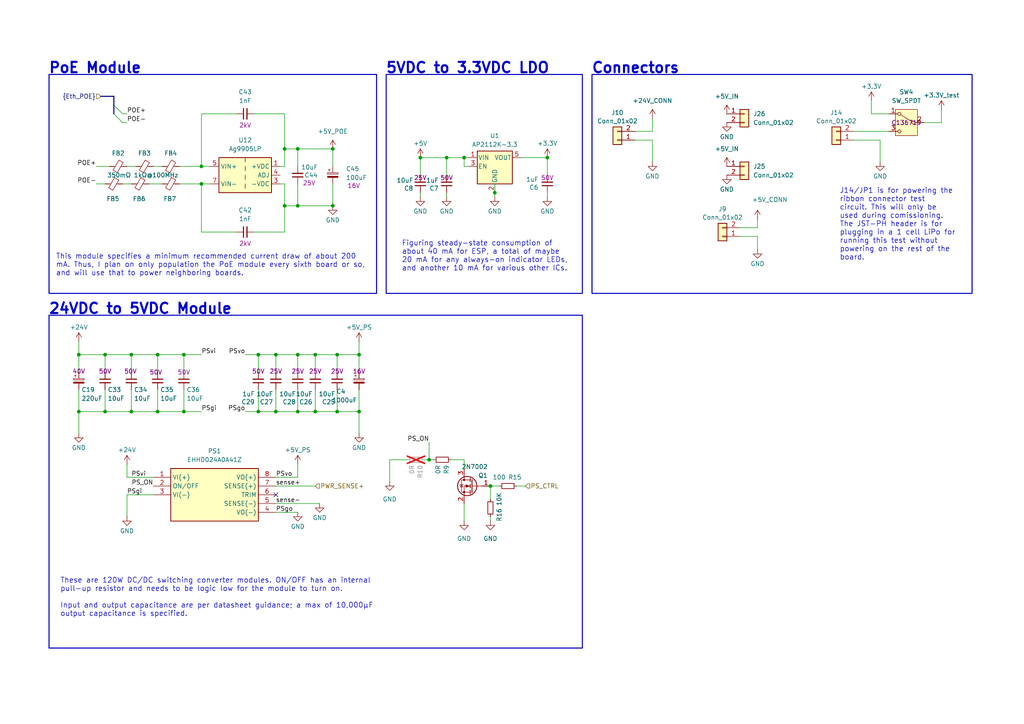
<source format=kicad_sch>
(kicad_sch (version 20250114) (generator "eeschema") (generator_version "9.0")
  (paper "A4")
  (lib_symbols
    (symbol "Connector_Generic:Conn_01x02" (pin_names (offset 1.016) (hide yes))
      (property "Reference" "J" (at 0 2.54 0))
      (property "Value" "Conn_01x02" (at 0 -5.08 0))
      (symbol "Conn_01x02_1_1"
        (rectangle (start -1.27 1.27) (end 1.27 -3.81) (stroke (width 0.254)) (fill (type background)))
        (rectangle (start -1.27 0.127) (end 0 -0.127) (stroke (width 0.1524)))
        (rectangle (start -1.27 -2.413) (end 0 -2.667) (stroke (width 0.1524)))
        (pin passive line (at -5.08 0 0) (length 3.81) (name "Pin_1") (number "1"))
        (pin passive line (at -5.08 -2.54 0) (length 3.81) (name "Pin_2") (number "2"))
      )
    )
    (symbol "Converter_DCDC:Ag9905LP"
      (property "Reference" "U" (at -7.62 7.62 0))
      (property "Value" "Ag9905LP" (at 10.16 7.62 0))
      (symbol "Ag9905LP_0_1"
        (rectangle (start -7.62 5.08) (end 7.62 -5.08) (stroke (width 0.254)) (fill (type background)))
        (polyline (pts (xy 0 5.08) (xy 0 3.81)))
        (polyline (pts (xy 0 2.54) (xy 0 1.27)))
        (polyline (pts (xy 0 0) (xy 0 -1.27)))
        (polyline (pts (xy 0 -2.54) (xy 0 -3.81)))
      )
      (symbol "Ag9905LP_1_1"
        (pin power_in line (at -10.16 2.54 0) (length 2.54) (name "VIN+") (number "5"))
        (pin passive line (at -10.16 2.54 0) (length 2.54) (hide yes) (name "VIN+") (number "6"))
        (pin power_in line (at -10.16 -2.54 0) (length 2.54) (name "VIN-") (number "7"))
        (pin passive line (at -10.16 -2.54 0) (length 2.54) (hide yes) (name "VIN-") (number "8"))
        (pin power_out line (at 10.16 2.54 180) (length 2.54) (name "+VDC") (number "1"))
        (pin passive line (at 10.16 2.54 180) (length 2.54) (hide yes) (name "+VDC") (number "2"))
        (pin passive line (at 10.16 0 180) (length 2.54) (name "ADJ") (number "4"))
        (pin power_out line (at 10.16 -2.54 180) (length 2.54) (name "-VDC") (number "3"))
      )
    )
    (symbol "Device:C_Polarized_Small" (pin_numbers (hide yes)) (pin_names (offset 0.254) (hide yes))
      (property "Reference" "C" (at 0.254 1.778 0))
      (property "Value" "C_Polarized_Small" (at 0.254 -2.032 0))
      (symbol "C_Polarized_Small_0_1"
        (rectangle (start -1.524 0.6858) (end 1.524 0.3048))
        (rectangle (start -1.524 -0.3048) (end 1.524 -0.6858) (fill (type outline)))
        (polyline (pts (xy -1.27 1.524) (xy -0.762 1.524)))
        (polyline (pts (xy -1.016 1.27) (xy -1.016 1.778)))
      )
      (symbol "C_Polarized_Small_1_1"
        (pin passive line (at 0 2.54 270) (length 1.8542) (name "~") (number "1"))
        (pin passive line (at 0 -2.54 90) (length 1.8542) (name "~") (number "2"))
      )
    )
    (symbol "Device:C_Small" (pin_numbers (hide yes)) (pin_names (offset 0.254) (hide yes))
      (property "Reference" "C" (at 0.254 1.778 0))
      (property "Value" "C_Small" (at 0.254 -2.032 0))
      (symbol "C_Small_0_1"
        (polyline (pts (xy -1.524 0.508) (xy 1.524 0.508)) (stroke (width 0.3048)))
        (polyline (pts (xy -1.524 -0.508) (xy 1.524 -0.508)) (stroke (width 0.3302)))
      )
      (symbol "C_Small_1_1"
        (pin passive line (at 0 2.54 270) (length 2.032) (name "~") (number "1"))
        (pin passive line (at 0 -2.54 90) (length 2.032) (name "~") (number "2"))
      )
    )
    (symbol "Device:FerriteBead_Small" (pin_numbers (hide yes)) (pin_names (offset 0))
      (property "Reference" "FB" (at 1.905 1.27 0))
      (property "Value" "FerriteBead_Small" (at 1.905 -1.27 0))
      (symbol "FerriteBead_Small_0_1"
        (polyline (pts (xy -1.8288 0.2794) (xy -1.1176 1.4986) (xy 1.8288 -0.2032) (xy 1.1176 -1.4224) (xy -1.8288 0.2794)))
        (polyline (pts (xy 0 0.889) (xy 0 1.2954)))
        (polyline (pts (xy 0 -1.27) (xy 0 -0.7874)))
      )
      (symbol "FerriteBead_Small_1_1"
        (pin passive line (at 0 2.54 270) (length 1.27) (name "~") (number "1"))
        (pin passive line (at 0 -2.54 90) (length 1.27) (name "~") (number "2"))
      )
    )
    (symbol "Device:R_Small" (pin_numbers (hide yes)) (pin_names (offset 0.254) (hide yes))
      (property "Reference" "R" (at 0.762 0.508 0))
      (property "Value" "R_Small" (at 0.762 -1.016 0))
      (symbol "R_Small_0_1"
        (rectangle (start -0.762 1.778) (end 0.762 -1.778) (stroke (width 0.2032)))
      )
      (symbol "R_Small_1_1"
        (pin passive line (at 0 2.54 270) (length 0.762) (name "~") (number "1"))
        (pin passive line (at 0 -2.54 90) (length 0.762) (name "~") (number "2"))
      )
    )
    (symbol "Power Supplies:EHHD024A0A41Z"
      (property "Reference" "PS" (at 31.75 7.62 0))
      (property "Value" "EHHD024A0A41Z" (at 31.75 5.08 0))
      (symbol "EHHD024A0A41Z_1_1"
        (rectangle (start 5.08 2.54) (end 30.48 -12.7) (stroke (width 0.254)) (fill (type background)))
        (pin passive line (at 0 0 0) (length 5.08) (name "VI(+)") (number "1"))
        (pin passive line (at 0 -2.54 0) (length 5.08) (name "ON/OFF") (number "2"))
        (pin passive line (at 0 -5.08 0) (length 5.08) (name "VI(-)") (number "3"))
        (pin passive line (at 35.56 0 180) (length 5.08) (name "VO(+)") (number "8"))
        (pin passive line (at 35.56 -2.54 180) (length 5.08) (name "SENSE(+)") (number "7"))
        (pin passive line (at 35.56 -5.08 180) (length 5.08) (name "TRIM") (number "6"))
        (pin passive line (at 35.56 -7.62 180) (length 5.08) (name "SENSE(-)") (number "5"))
        (pin passive line (at 35.56 -10.16 180) (length 5.08) (name "VO(-)") (number "4"))
      )
    )
    (symbol "Regulator_Linear:AP2112K-3.3" (pin_names (offset 0.254))
      (property "Reference" "U" (at -5.08 5.715 0))
      (property "Value" "AP2112K-3.3" (at 0 5.715 0))
      (symbol "AP2112K-3.3_0_1"
        (rectangle (start -5.08 4.445) (end 5.08 -5.08) (stroke (width 0.254)) (fill (type background)))
      )
      (symbol "AP2112K-3.3_1_1"
        (pin power_in line (at -7.62 2.54 0) (length 2.54) (name "VIN") (number "1"))
        (pin input line (at -7.62 0 0) (length 2.54) (name "EN") (number "3"))
        (pin power_in line (at 0 -7.62 90) (length 2.54) (name "GND") (number "2"))
        (pin no_connect line (at 5.08 0 180) (length 2.54) (hide yes) (name "NC") (number "4"))
        (pin power_out line (at 7.62 2.54 180) (length 2.54) (name "VOUT") (number "5"))
      )
    )
    (symbol "Switch:SW_SPDT" (pin_names (offset 0) (hide yes))
      (property "Reference" "SW" (at 0 5.08 0))
      (property "Value" "SW_SPDT" (at 0 -5.08 0))
      (symbol "SW_SPDT_0_1"
        (circle (center -2.032 0) (radius 0.4572))
        (polyline (pts (xy -1.651 0.254) (xy 1.651 2.286)))
        (circle (center 2.032 2.54) (radius 0.4572))
        (circle (center 2.032 -2.54) (radius 0.4572))
      )
      (symbol "SW_SPDT_1_1"
        (rectangle (start -3.175 3.81) (end 3.175 -3.81) (fill (type background)))
        (pin passive line (at -5.08 0 0) (length 2.54) (name "B") (number "2"))
        (pin passive line (at 5.08 2.54 180) (length 2.54) (name "A") (number "1"))
        (pin passive line (at 5.08 -2.54 180) (length 2.54) (name "C") (number "3"))
      )
    )
    (symbol "Transistor_FET:2N7002" (pin_names (hide yes))
      (property "Reference" "Q" (at 5.08 1.905 0))
      (property "Value" "2N7002" (at 5.08 0 0))
      (symbol "2N7002_0_1"
        (polyline (pts (xy 0.254 1.905) (xy 0.254 -1.905)) (stroke (width 0.254)))
        (polyline (pts (xy 0.254 0) (xy -2.54 0)))
        (polyline (pts (xy 0.762 2.286) (xy 0.762 1.27)) (stroke (width 0.254)))
        (polyline (pts (xy 0.762 0.508) (xy 0.762 -0.508)) (stroke (width 0.254)))
        (polyline (pts (xy 0.762 -1.27) (xy 0.762 -2.286)) (stroke (width 0.254)))
        (polyline (pts (xy 0.762 -1.778) (xy 3.302 -1.778) (xy 3.302 1.778) (xy 0.762 1.778)))
        (polyline (pts (xy 1.016 0) (xy 2.032 0.381) (xy 2.032 -0.381) (xy 1.016 0)) (fill (type outline)))
        (circle (center 1.651 0) (radius 2.794) (stroke (width 0.254)))
        (polyline (pts (xy 2.54 2.54) (xy 2.54 1.778)))
        (circle (center 2.54 1.778) (radius 0.254) (fill (type outline)))
        (circle (center 2.54 -1.778) (radius 0.254) (fill (type outline)))
        (polyline (pts (xy 2.54 -2.54) (xy 2.54 0) (xy 0.762 0)))
        (polyline (pts (xy 2.794 0.508) (xy 2.921 0.381) (xy 3.683 0.381) (xy 3.81 0.254)))
        (polyline (pts (xy 3.302 0.381) (xy 2.921 -0.254) (xy 3.683 -0.254) (xy 3.302 0.381)))
      )
      (symbol "2N7002_1_1"
        (pin input line (at -5.08 0 0) (length 2.54) (name "G") (number "1"))
        (pin passive line (at 2.54 5.08 270) (length 2.54) (name "D") (number "3"))
        (pin passive line (at 2.54 -5.08 90) (length 2.54) (name "S") (number "2"))
      )
    )
    (symbol "power:+24V" (power) (pin_numbers (hide yes)) (pin_names (offset 0) (hide yes))
      (property "Value" "+24V" (at 0 3.556 0))
      (symbol "+24V_0_1"
        (polyline (pts (xy -0.762 1.27) (xy 0 2.54)))
        (polyline (pts (xy 0 2.54) (xy 0.762 1.27)))
        (polyline (pts (xy 0 0) (xy 0 2.54)))
      )
      (symbol "+24V_1_1"
        (pin power_in line (at 0 0 90) (length 0) (name "~") (number "1"))
      )
    )
    (symbol "power:+3.3V" (power) (pin_numbers (hide yes)) (pin_names (offset 0) (hide yes))
      (property "Value" "+3.3V" (at 0 3.556 0))
      (symbol "+3.3V_0_1"
        (polyline (pts (xy -0.762 1.27) (xy 0 2.54)))
        (polyline (pts (xy 0 2.54) (xy 0.762 1.27)))
        (polyline (pts (xy 0 0) (xy 0 2.54)))
      )
      (symbol "+3.3V_1_1"
        (pin power_in line (at 0 0 90) (length 0) (name "~") (number "1"))
      )
    )
    (symbol "power:+5V" (power) (pin_numbers (hide yes)) (pin_names (offset 0) (hide yes))
      (property "Value" "+5V" (at 0 3.556 0))
      (symbol "+5V_0_1"
        (polyline (pts (xy -0.762 1.27) (xy 0 2.54)))
        (polyline (pts (xy 0 2.54) (xy 0.762 1.27)))
        (polyline (pts (xy 0 0) (xy 0 2.54)))
      )
      (symbol "+5V_1_1"
        (pin power_in line (at 0 0 90) (length 0) (name "~") (number "1"))
      )
    )
    (symbol "power:GND" (power) (pin_numbers (hide yes)) (pin_names (offset 0) (hide yes))
      (property "Value" "GND" (at 0 -3.81 0))
      (symbol "GND_0_1"
        (polyline (pts (xy 0 0) (xy 0 -1.27) (xy 1.27 -1.27) (xy 0 -2.54) (xy -1.27 -1.27) (xy 0 -1.27)))
      )
      (symbol "GND_1_1"
        (pin power_in line (at 0 0 270) (length 0) (name "~") (number "1"))
      )
    )
  )
  (rectangle (start 14.224 21.59) (end 109.22 85.09) (stroke (width 0.3)))
  (rectangle (start 112.014 21.59) (end 168.91 85.09) (stroke (width 0.3)))
  (rectangle (start 14.224 91.44) (end 168.91 187.96) (stroke (width 0.3)))
  (rectangle (start 171.704 21.59) (end 281.94 85.09) (stroke (width 0.3)))
  (text "24VDC to 5VDC Module" (at 13.97 91.44 0) (effects (font (size 3 3) (thickness 0.6) (bold yes)) (justify left bottom)))
  (text "5VDC to 3.3VDC LDO" (at 111.76 21.59 0) (effects (font (size 3 3) (thickness 0.6) (bold yes)) (justify left bottom)))
  (text "Connectors" (at 171.45 21.59 0) (effects (font (size 3 3) (thickness 0.6) (bold yes)) (justify left bottom)))
  (text "PoE Module" (at 13.97 21.59 0) (effects (font (size 3 3) (thickness 0.6) (bold yes)) (justify left bottom)))
  (text_box "This module specifies a minimum recommended current draw of about 200 mA. Thus, I plan on only population the PoE module every sixth board or so, and will use that to power neighboring boards." (at 15.24 72.39 0) (size 93.98 11.43) (margins 0.9525 0.9525 0.9525 0.9525) (stroke (width -0.0001)) (effects (font (size 1.5 1.5)) (justify left top)))
  (text_box "Figuring steady-state consumption of about 40 mA for ESP, a total of maybe 20 mA for any always-on indicator LEDs, and another 10 mA for various other ICs." (at 115.57 68.58 0) (size 50.8 15.24) (margins 0.9525 0.9525 0.9525 0.9525) (stroke (width -0.0001)) (effects (font (size 1.5 1.5)) (justify left top)))
  (text_box "These are 120W DC/DC switching converter modules. ON/OFF has an internal pull-up resistor and needs to be logic low for the module to turn on.\n\nInput and output capacitance are per datasheet guidance; a max of 10,000µF output capacitance is specified. " (at 16.51 166.37 0) (size 93.98 11.43) (margins 0.9525 0.9525 0.9525 0.9525) (stroke (width -0.0001)) (effects (font (size 1.5 1.5)) (justify left top)))
  (text_box "J14/JP1 is for powering the ribbon connector test circuit. This will only be used during comissioning. The JST-PH header is for plugging in a 1 cell LiPo for running this test without powering on the rest of the board." (at 242.57 53.34 0) (size 35.56 21.59) (margins 0.9525 0.9525 0.9525 0.9525) (stroke (width -0.0001)) (effects (font (size 1.5 1.5)) (justify left top)))
  (junction (at 121.92 45.72))
  (junction (at 53.34 102.87))
  (junction (at 80.01 119.38))
  (junction (at 58.42 48.26))
  (junction (at 104.14 102.87))
  (junction (at 82.55 59.69))
  (junction (at 45.72 102.87))
  (junction (at 80.01 102.87))
  (junction (at 97.79 102.87))
  (junction (at 142.24 140.97))
  (junction (at 22.86 119.38))
  (junction (at 86.36 59.69))
  (junction (at 30.48 119.38))
  (junction (at 124.46 133.35))
  (junction (at 129.54 45.72))
  (junction (at 82.55 43.18))
  (junction (at 74.93 102.87))
  (junction (at 91.44 102.87))
  (junction (at 97.79 119.38))
  (junction (at 53.34 119.38))
  (junction (at 38.1 119.38))
  (junction (at 58.42 53.34))
  (junction (at 91.44 119.38))
  (junction (at 86.36 119.38))
  (junction (at 143.51 55.88))
  (junction (at 158.75 45.72))
  (junction (at 86.36 102.87))
  (junction (at 30.48 102.87))
  (junction (at 74.93 119.38))
  (junction (at 45.72 119.38))
  (junction (at 96.52 43.18))
  (junction (at 134.62 45.72))
  (junction (at 96.52 59.69))
  (junction (at 38.1 102.87))
  (junction (at 22.86 102.87))
  (junction (at 86.36 43.18))
  (junction (at 104.14 119.38))
  (no_connect (at 80.01 143.51))
  (bus_entry (at 33.02 30.48) (size 2.54 2.54))
  (bus_entry (at 33.02 33.02) (size 2.54 2.54))
  (wire (pts (xy 35.56 35.56) (xy 36.83 35.56)))
  (wire (pts (xy 86.36 43.18) (xy 86.36 48.26)))
  (wire (pts (xy 113.03 133.35) (xy 118.11 133.35)))
  (wire (pts (xy 267.97 35.56) (xy 273.05 35.56)))
  (wire (pts (xy 121.92 50.8) (xy 121.92 45.72)))
  (wire (pts (xy 53.34 119.38) (xy 58.42 119.38)))
  (wire (pts (xy 252.73 29.21) (xy 252.73 33.02)))
  (wire (pts (xy 38.1 113.03) (xy 38.1 119.38)))
  (wire (pts (xy 45.72 102.87) (xy 45.72 107.95)))
  (wire (pts (xy 74.93 102.87) (xy 74.93 107.95)))
  (wire (pts (xy 74.93 102.87) (xy 80.01 102.87)))
  (wire (pts (xy 82.55 43.18) (xy 82.55 48.26)))
  (wire (pts (xy 255.27 40.64) (xy 255.27 46.99)))
  (wire (pts (xy 96.52 43.18) (xy 86.36 43.18)))
  (wire (pts (xy 214.63 66.04) (xy 219.71 66.04)))
  (wire (pts (xy 82.55 53.34) (xy 81.28 53.34)))
  (wire (pts (xy 74.93 119.38) (xy 80.01 119.38)))
  (wire (pts (xy 45.72 119.38) (xy 53.34 119.38)))
  (wire (pts (xy 30.48 113.03) (xy 30.48 119.38)))
  (wire (pts (xy 38.1 102.87) (xy 38.1 107.95)))
  (wire (pts (xy 38.1 119.38) (xy 45.72 119.38)))
  (wire (pts (xy 135.89 48.26) (xy 134.62 48.26)))
  (wire (pts (xy 134.62 133.35) (xy 134.62 135.89)))
  (wire (pts (xy 27.94 53.34) (xy 30.48 53.34)))
  (wire (pts (xy 123.19 133.35) (xy 124.46 133.35)))
  (wire (pts (xy 30.48 102.87) (xy 38.1 102.87)))
  (wire (pts (xy 129.54 45.72) (xy 129.54 50.8)))
  (wire (pts (xy 73.66 67.31) (xy 82.55 67.31)))
  (wire (pts (xy 151.13 45.72) (xy 158.75 45.72)))
  (wire (pts (xy 97.79 102.87) (xy 97.79 107.95)))
  (wire (pts (xy 36.83 138.43) (xy 44.45 138.43)))
  (wire (pts (xy 36.83 149.86) (xy 36.83 143.51)))
  (wire (pts (xy 52.07 53.34) (xy 58.42 53.34)))
  (wire (pts (xy 52.07 48.26) (xy 58.42 48.26)))
  (wire (pts (xy 97.79 119.38) (xy 104.14 119.38)))
  (wire (pts (xy 104.14 119.38) (xy 104.14 125.73)))
  (wire (pts (xy 80.01 102.87) (xy 86.36 102.87)))
  (wire (pts (xy 82.55 48.26) (xy 81.28 48.26)))
  (wire (pts (xy 80.01 119.38) (xy 86.36 119.38)))
  (wire (pts (xy 35.56 53.34) (xy 38.1 53.34)))
  (wire (pts (xy 130.81 133.35) (xy 134.62 133.35)))
  (wire (pts (xy 273.05 35.56) (xy 273.05 31.75)))
  (wire (pts (xy 80.01 140.97) (xy 91.44 140.97)))
  (wire (pts (xy 184.15 40.64) (xy 189.23 40.64)))
  (wire (pts (xy 82.55 33.02) (xy 82.55 43.18)))
  (wire (pts (xy 22.86 119.38) (xy 30.48 119.38)))
  (wire (pts (xy 82.55 67.31) (xy 82.55 59.69)))
  (wire (pts (xy 35.56 33.02) (xy 36.83 33.02)))
  (wire (pts (xy 80.01 113.03) (xy 80.01 119.38)))
  (wire (pts (xy 22.86 102.87) (xy 30.48 102.87)))
  (wire (pts (xy 143.51 57.15) (xy 143.51 55.88)))
  (wire (pts (xy 86.36 148.59) (xy 80.01 148.59)))
  (wire (pts (xy 86.36 43.18) (xy 82.55 43.18)))
  (wire (pts (xy 68.58 33.02) (xy 58.42 33.02)))
  (wire (pts (xy 80.01 146.05) (xy 92.71 146.05)))
  (wire (pts (xy 104.14 99.06) (xy 104.14 102.87)))
  (wire (pts (xy 97.79 102.87) (xy 104.14 102.87)))
  (wire (pts (xy 71.12 102.87) (xy 74.93 102.87)))
  (bus (pts (xy 33.02 30.48) (xy 33.02 33.02)))
  (wire (pts (xy 22.86 102.87) (xy 22.86 99.06)))
  (wire (pts (xy 144.78 140.97) (xy 142.24 140.97)))
  (wire (pts (xy 121.92 57.15) (xy 121.92 55.88)))
  (wire (pts (xy 73.66 33.02) (xy 82.55 33.02)))
  (wire (pts (xy 30.48 102.87) (xy 30.48 107.95)))
  (wire (pts (xy 97.79 113.03) (xy 97.79 119.38)))
  (wire (pts (xy 104.14 113.03) (xy 104.14 119.38)))
  (wire (pts (xy 27.94 48.26) (xy 31.75 48.26)))
  (wire (pts (xy 68.58 67.31) (xy 58.42 67.31)))
  (wire (pts (xy 189.23 40.64) (xy 189.23 46.99)))
  (wire (pts (xy 86.36 113.03) (xy 86.36 119.38)))
  (wire (pts (xy 74.93 113.03) (xy 74.93 119.38)))
  (wire (pts (xy 124.46 133.35) (xy 125.73 133.35)))
  (wire (pts (xy 86.36 138.43) (xy 80.01 138.43)))
  (wire (pts (xy 142.24 151.13) (xy 142.24 149.86)))
  (wire (pts (xy 91.44 113.03) (xy 91.44 119.38)))
  (wire (pts (xy 134.62 45.72) (xy 135.89 45.72)))
  (wire (pts (xy 91.44 102.87) (xy 97.79 102.87)))
  (wire (pts (xy 36.83 134.62) (xy 36.83 138.43)))
  (wire (pts (xy 71.12 119.38) (xy 74.93 119.38)))
  (wire (pts (xy 104.14 102.87) (xy 104.14 107.95)))
  (wire (pts (xy 30.48 119.38) (xy 38.1 119.38)))
  (wire (pts (xy 134.62 146.05) (xy 134.62 151.13)))
  (wire (pts (xy 44.45 48.26) (xy 46.99 48.26)))
  (wire (pts (xy 58.42 33.02) (xy 58.42 48.26)))
  (wire (pts (xy 53.34 113.03) (xy 53.34 119.38)))
  (wire (pts (xy 96.52 53.34) (xy 96.52 59.69)))
  (wire (pts (xy 36.83 48.26) (xy 39.37 48.26)))
  (wire (pts (xy 53.34 102.87) (xy 53.34 107.95)))
  (wire (pts (xy 124.46 128.27) (xy 124.46 133.35)))
  (wire (pts (xy 22.86 102.87) (xy 22.86 107.95)))
  (wire (pts (xy 45.72 113.03) (xy 45.72 119.38)))
  (wire (pts (xy 158.75 57.15) (xy 158.75 55.88)))
  (wire (pts (xy 252.73 33.02) (xy 257.81 33.02)))
  (wire (pts (xy 91.44 119.38) (xy 97.79 119.38)))
  (wire (pts (xy 22.86 119.38) (xy 22.86 125.73)))
  (wire (pts (xy 80.01 102.87) (xy 80.01 107.95)))
  (wire (pts (xy 86.36 102.87) (xy 91.44 102.87)))
  (wire (pts (xy 219.71 63.5) (xy 219.71 66.04)))
  (bus (pts (xy 29.21 27.94) (xy 33.02 27.94)))
  (wire (pts (xy 214.63 68.58) (xy 219.71 68.58)))
  (wire (pts (xy 96.52 59.69) (xy 86.36 59.69)))
  (wire (pts (xy 134.62 48.26) (xy 134.62 45.72)))
  (wire (pts (xy 121.92 45.72) (xy 129.54 45.72)))
  (wire (pts (xy 86.36 102.87) (xy 86.36 107.95)))
  (wire (pts (xy 38.1 102.87) (xy 45.72 102.87)))
  (wire (pts (xy 113.03 139.7) (xy 113.03 133.35)))
  (wire (pts (xy 143.51 55.88) (xy 143.51 53.34)))
  (wire (pts (xy 36.83 143.51) (xy 44.45 143.51)))
  (bus (pts (xy 33.02 27.94) (xy 33.02 30.48)))
  (wire (pts (xy 58.42 48.26) (xy 60.96 48.26)))
  (wire (pts (xy 45.72 102.87) (xy 53.34 102.87)))
  (wire (pts (xy 158.75 45.72) (xy 158.75 50.8)))
  (wire (pts (xy 82.55 59.69) (xy 82.55 53.34)))
  (wire (pts (xy 86.36 53.34) (xy 86.36 59.69)))
  (wire (pts (xy 152.4 140.97) (xy 149.86 140.97)))
  (wire (pts (xy 43.18 53.34) (xy 46.99 53.34)))
  (wire (pts (xy 219.71 68.58) (xy 219.71 72.39)))
  (wire (pts (xy 86.36 59.69) (xy 82.55 59.69)))
  (wire (pts (xy 247.65 38.1) (xy 257.81 38.1)))
  (wire (pts (xy 91.44 102.87) (xy 91.44 107.95)))
  (wire (pts (xy 22.86 113.03) (xy 22.86 119.38)))
  (wire (pts (xy 96.52 43.18) (xy 96.52 48.26)))
  (wire (pts (xy 58.42 67.31) (xy 58.42 53.34)))
  (wire (pts (xy 58.42 53.34) (xy 60.96 53.34)))
  (wire (pts (xy 129.54 45.72) (xy 134.62 45.72)))
  (wire (pts (xy 129.54 57.15) (xy 129.54 55.88)))
  (wire (pts (xy 86.36 119.38) (xy 91.44 119.38)))
  (wire (pts (xy 189.23 38.1) (xy 184.15 38.1)))
  (wire (pts (xy 142.24 144.78) (xy 142.24 140.97)))
  (wire (pts (xy 247.65 40.64) (xy 255.27 40.64)))
  (wire (pts (xy 189.23 34.29) (xy 189.23 38.1)))
  (wire (pts (xy 53.34 102.87) (xy 58.42 102.87)))
  (wire (pts (xy 86.36 134.62) (xy 86.36 138.43)))
  (label "PSvo" (at 80.01 138.43 0))
  (label "POE+" (at 27.94 48.26 180))
  (label "PSgi" (at 58.42 119.38 0))
  (label "PSvi" (at 38.1 138.43 0))
  (label "PS_ON" (at 44.45 140.97 180))
  (label "PSvi" (at 58.42 102.87 0))
  (label "PSvo" (at 71.12 102.87 180))
  (label "PSgo" (at 71.12 119.38 180))
  (label "sense+" (at 80.01 140.97 0))
  (label "PS_ON" (at 124.46 128.27 180))
  (label "PSgo" (at 80.01 148.59 0))
  (label "POE+" (at 36.83 33.02 0))
  (label "POE-" (at 27.94 53.34 180))
  (label "PSgi" (at 36.83 143.51 0))
  (label "POE-" (at 36.83 35.56 0))
  (label "sense-" (at 80.01 146.05 0))
  (hierarchical_label "{Eth_POE}" (shape input) (at 29.21 27.94 180))
  (hierarchical_label "PWR_SENSE+" (shape input) (at 91.44 140.97 0))
  (hierarchical_label "PS_CTRL" (shape input) (at 152.4 140.97 0))
  (symbol (lib_id "Device:C_Small") (at 80.01 110.49 180) (unit 1)
    (property "Reference" "C27" (at 79.248 116.586 0) (effects (justify left)))
    (property "Value" "10uF" (at 79.248 114.2746 0) (effects (justify left)))
    (property "Footprint" "Capacitor_SMD:C_0603_1608Metric" (effects (hide yes)))
    (property "LCSC" "C96446" (effects (hide yes)))
    (property "Rating" "25V" (at 80.01 107.696 0))
  )
  (symbol (lib_id "Device:C_Small") (at 74.93 110.49 180) (unit 1)
    (property "Reference" "C29" (at 73.914 116.586 0) (effects (justify left)))
    (property "Value" "1uF" (at 73.914 114.2746 0) (effects (justify left)))
    (property "Footprint" "Capacitor_SMD:C_0603_1608Metric" (effects (hide yes)))
    (property "LCSC" "C15849" (effects (hide yes)))
    (property "Rating" "50V" (at 74.93 107.696 0))
  )
  (symbol (lib_id "Device:FerriteBead_Small") (at 41.91 48.26 90) (unit 1)
    (property "Reference" "FB3" (at 41.91 44.45 90))
    (property "Value" "350mΩ 1kΩ@100MHz" (effects (hide yes)))
    (property "Footprint" "Inductor_SMD:L_0805_2012Metric" (effects (hide yes)))
    (property "Description" "Ferrite bead, small symbol" (effects (hide yes)))
    (property "LCSC" "C502000" (effects (hide yes)))
    (property "Manufacturer_Part_Number" "MMZ2012S102ATD25" (effects (hide yes)))
  )
  (symbol (lib_id "power:GND") (at 219.71 72.39 0) (unit 1)
    (property "Reference" "#PWR0117" (effects (hide yes)))
    (property "Value" "GND" (at 219.71 76.5231 0))
    (property "Description" "Power symbol creates a global label with name \"GND\" , ground" (effects (hide yes)))
  )
  (symbol (lib_id "Device:R_Small") (at 128.27 133.35 270) (unit 1)
    (property "Reference" "R9" (at 129.4822 134.8486 0) (effects (justify left)))
    (property "Value" "0R" (at 127.0579 134.8486 0) (effects (justify left)))
    (property "Footprint" "Resistor_SMD:R_0603_1608Metric" (effects (hide yes)))
    (property "Description" "Resistor, small symbol" (effects (hide yes)))
    (property "LCSC" "C21189" (effects (hide yes)))
  )
  (symbol (lib_id "power:GND") (at 142.24 151.13 0) (unit 1)
    (property "Reference" "#PWR077" (effects (hide yes)))
    (property "Value" "GND" (at 142.24 156.21 0))
    (property "Description" "Power symbol creates a global label with name \"GND\" , ground" (effects (hide yes)))
  )
  (symbol (lib_id "Device:C_Small") (at 53.34 110.49 0) (unit 1)
    (property "Reference" "C36" (at 54.102 113.03 0) (effects (justify left)))
    (property "Value" "10uF" (at 54.102 115.57 0) (effects (justify left)))
    (property "Footprint" "Capacitor_SMD:C_1206_3216Metric" (effects (hide yes)))
    (property "Description" "Unpolarized capacitor, small symbol" (effects (hide yes)))
    (property "LCSC" "C13585" (effects (hide yes)))
    (property "Rating" "50V" (at 53.34 107.95 0))
  )
  (symbol (lib_id "power:GND") (at 92.71 146.05 0) (unit 1)
    (property "Reference" "#PWR0147" (effects (hide yes)))
    (property "Value" "GND" (at 92.71 150.1831 0))
    (property "Description" "Power symbol creates a global label with name \"GND\" , ground" (effects (hide yes)))
  )
  (symbol (lib_id "power:GND") (at 121.92 57.15 0) (unit 1)
    (property "Reference" "#PWR0132" (effects (hide yes)))
    (property "Value" "GND" (at 121.92 61.2831 0))
    (property "Description" "Power symbol creates a global label with name \"GND\" , ground" (effects (hide yes)))
  )
  (symbol (lib_id "Device:C_Small") (at 91.44 110.49 180) (unit 1)
    (property "Reference" "C26" (at 90.678 116.586 0) (effects (justify left)))
    (property "Value" "10uF" (at 90.678 114.2746 0) (effects (justify left)))
    (property "Footprint" "Capacitor_SMD:C_0603_1608Metric" (effects (hide yes)))
    (property "LCSC" "C96446" (effects (hide yes)))
    (property "Rating" "25V" (at 91.44 107.696 0))
  )
  (symbol (lib_id "power:GND") (at 158.75 57.15 0) (unit 1)
    (property "Reference" "#PWR096" (effects (hide yes)))
    (property "Value" "GND" (at 158.75 61.2831 0))
    (property "Description" "Power symbol creates a global label with name \"GND\" , ground" (effects (hide yes)))
  )
  (symbol (lib_id "Connector_Generic:Conn_01x02") (at 215.9 48.26 0) (unit 1)
    (property "Reference" "J25" (at 218.44 48.2599 0) (effects (justify left)))
    (property "Value" "Conn_01x02" (at 218.44 50.7999 0) (effects (justify left)))
    (property "Description" "Generic connector, single row, 01x02, script generated (kicad-library-utils/schlib/autogen/connector/)" (effects (hide yes)))
  )
  (symbol (lib_id "Device:C_Small") (at 71.12 33.02 90) (unit 1)
    (property "Reference" "C43" (at 71.1263 26.67 90))
    (property "Value" "1nF" (at 71.1263 29.21 90))
    (property "Footprint" "Capacitor_SMD:C_1206_3216Metric" (effects (hide yes)))
    (property "Description" "Unpolarized capacitor, small symbol" (effects (hide yes)))
    (property "LCSC" "C23631" (effects (hide yes)))
    (property "Rating" "2kV" (at 71.12 36.322 90))
  )
  (symbol (lib_id "Device:C_Polarized_Small") (at 96.52 50.8 0) (unit 1)
    (property "Reference" "C45" (at 100.33 48.9838 0) (effects (justify left)))
    (property "Value" "100uF" (at 100.33 51.5238 0) (effects (justify left)))
    (property "Footprint" "Capacitor_SMD:CP_Elec_6.3x5.8" (effects (hide yes)))
    (property "Description" "Polarized capacitor, small symbol" (effects (hide yes)))
    (property "LCSC" "C2162384" (effects (hide yes)))
    (property "Rating" "16V" (at 102.616 53.848 0))
  )
  (symbol (lib_id "power:GND") (at 22.86 125.73 0) (unit 1)
    (property "Reference" "#PWR057" (effects (hide yes)))
    (property "Value" "GND" (at 22.86 129.8631 0))
    (property "Description" "Power symbol creates a global label with name \"GND\" , ground" (effects (hide yes)))
  )
  (symbol (lib_id "Device:R_Small") (at 120.65 133.35 270) (unit 1) (dnp yes)
    (property "Reference" "R10" (at 121.8622 134.8486 0) (effects (justify left)))
    (property "Value" "0R" (at 119.4379 134.8486 0) (effects (justify left)))
    (property "Footprint" "Resistor_SMD:R_0603_1608Metric" (effects (hide yes)))
    (property "Description" "Resistor, small symbol" (effects (hide yes)))
    (property "LCSC" "C21189" (effects (hide yes)))
  )
  (symbol (lib_id "power:GND") (at 113.03 139.7 0) (unit 1)
    (property "Reference" "#PWR060" (effects (hide yes)))
    (property "Value" "GND" (at 113.03 144.78 0))
    (property "Description" "Power symbol creates a global label with name \"GND\" , ground" (effects (hide yes)))
  )
  (symbol (lib_id "Device:C_Small") (at 158.75 53.34 180) (unit 1)
    (property "Reference" "C6" (at 156.21 54.356 0) (effects (justify left)))
    (property "Value" "1uF" (at 156.21 52.0446 0) (effects (justify left)))
    (property "Footprint" "Capacitor_SMD:C_0603_1608Metric" (effects (hide yes)))
    (property "LCSC" "C15849" (effects (hide yes)))
    (property "Rating" "50V" (at 158.75 51.562 0))
  )
  (symbol (lib_id "Device:C_Small") (at 30.48 110.49 0) (unit 1)
    (property "Reference" "C33" (at 31.242 113.03 0) (effects (justify left)))
    (property "Value" "10uF" (at 31.242 115.57 0) (effects (justify left)))
    (property "Footprint" "Capacitor_SMD:C_1206_3216Metric" (effects (hide yes)))
    (property "Description" "Unpolarized capacitor, small symbol" (effects (hide yes)))
    (property "LCSC" "C13585" (effects (hide yes)))
    (property "Rating" "50V" (at 30.48 107.696 0))
  )
  (symbol (lib_id "power:+24V") (at 36.83 134.62 0) (unit 1)
    (property "Reference" "#PWR067" (effects (hide yes)))
    (property "Value" "+24V" (at 36.83 130.4869 0))
    (property "Description" "Power symbol creates a global label with name \"+24V\"" (effects (hide yes)))
  )
  (symbol (lib_id "Connector_Generic:Conn_01x02") (at 242.57 40.64 180) (unit 1)
    (property "Reference" "J14" (at 242.57 32.6855 0))
    (property "Value" "Conn_01x02" (at 242.57 35.1098 0))
    (property "Footprint" "Connector_JST:JST_PH_B2B-PH-K_1x02_P2.00mm_Vertical" (effects (hide yes)))
    (property "Description" "Generic connector, single row, 01x02, script generated (kicad-library-utils/schlib/autogen/connector/)" (effects (hide yes)))
    (property "LCSC" "C131337" (effects (hide yes)))
  )
  (symbol (lib_id "power:+24V") (at 210.82 48.26 0) (unit 1)
    (property "Reference" "#PWR0149" (effects (hide yes)))
    (property "Value" "+5V_IN" (at 210.82 43.18 0))
    (property "Description" "Power symbol creates a global label with name \"+24V\"" (effects (hide yes)))
  )
  (symbol (lib_id "Device:FerriteBead_Small") (at 40.64 53.34 90) (unit 1)
    (property "Reference" "FB6" (at 40.386 57.658 90))
    (property "Value" "350mΩ 1kΩ@100MHz" (effects (hide yes)))
    (property "Footprint" "Inductor_SMD:L_0805_2012Metric" (effects (hide yes)))
    (property "Description" "Ferrite bead, small symbol" (effects (hide yes)))
    (property "LCSC" "C502000" (effects (hide yes)))
    (property "Manufacturer_Part_Number" "MMZ2012S102ATD25" (effects (hide yes)))
  )
  (symbol (lib_id "Regulator_Linear:AP2112K-3.3") (at 143.51 48.26 0) (unit 1)
    (property "Reference" "U1" (at 143.51 39.37 0))
    (property "Value" "AP2112K-3.3" (at 143.51 41.91 0))
    (property "Footprint" "Package_TO_SOT_SMD:SOT-25-5" (effects (hide yes)))
    (property "Datasheet" "https://www.diodes.com/assets/Datasheets/AP2112.pdf" (effects (hide yes)))
    (property "Description" "600mA low dropout linear regulator, with enable pin, 3.8V-6V input voltage range, 3.3V fixed positive output, SOT-23-5" (effects (hide yes)))
    (property "LCSC" "C51118" (effects (hide yes)))
  )
  (symbol (lib_id "power:+24V") (at 189.23 34.29 0) (unit 1)
    (property "Reference" "#PWR0152" (effects (hide yes)))
    (property "Value" "+24V_CONN" (at 189.23 29.21 0))
    (property "Description" "Power symbol creates a global label with name \"+24V\"" (effects (hide yes)))
  )
  (symbol (lib_id "Connector_Generic:Conn_01x02") (at 215.9 33.02 0) (unit 1)
    (property "Reference" "J26" (at 218.44 33.0199 0) (effects (justify left)))
    (property "Value" "Conn_01x02" (at 218.44 35.5599 0) (effects (justify left)))
    (property "Description" "Generic connector, single row, 01x02, script generated (kicad-library-utils/schlib/autogen/connector/)" (effects (hide yes)))
  )
  (symbol (lib_id "Device:FerriteBead_Small") (at 34.29 48.26 90) (unit 1)
    (property "Reference" "FB2" (at 34.29 44.45 90))
    (property "Value" "350mΩ 1kΩ@100MHz" (at 41.402 50.8 90))
    (property "Footprint" "Inductor_SMD:L_0805_2012Metric" (effects (hide yes)))
    (property "Description" "Ferrite bead, small symbol" (effects (hide yes)))
    (property "LCSC" "C502000" (effects (hide yes)))
    (property "Manufacturer_Part_Number" "MMZ2012S102ATD25" (effects (hide yes)))
  )
  (symbol (lib_id "Power Supplies:EHHD024A0A41Z") (at 44.45 138.43 0) (unit 1) (in_bom no)
    (property "Reference" "PS1" (at 62.23 130.81 0))
    (property "Value" "EHHD024A0A41Z" (at 62.23 133.35 0))
    (property "Footprint" "Power Supplies:EHHD024A0A41Z" (effects (hide yes)))
    (property "Datasheet" "https://documents.convertdcpower.com/pdf/EHHD024A0A/Data%20Sheets/0000054708_CP" (effects (hide yes)))
    (property "Description" "Bus converter, 120W Eighth-brick, 18-75 Vin, 4.5-5.5 Vout, Open frame" (effects (hide yes)))
    (property "Height" "9.4" (effects (hide yes)))
    (property "Manufacturer_Name" "OmniOn Power" (effects (hide yes)))
    (property "Manufacturer_Part_Number" "EHHD024A0A41Z" (effects (hide yes)))
  )
  (symbol (lib_id "Transistor_FET:2N7002") (at 137.16 140.97 0) (mirror y) (unit 1)
    (property "Reference" "Q1" (at 141.478 137.922 0) (effects (justify left)))
    (property "Value" "2N7002" (at 141.478 135.382 0) (effects (justify left)))
    (property "Footprint" "Package_TO_SOT_SMD:SOT-23" (effects (hide yes)))
    (property "Datasheet" "https://www.onsemi.com/pub/Collateral/NDS7002A-D.PDF" (effects (hide yes)))
    (property "Description" "0.115A Id, 60V Vds, N-Channel MOSFET, SOT-23" (effects (hide yes)))
    (property "LCSC" "C8545" (effects (hide yes)))
  )
  (symbol (lib_id "power:GND") (at 36.83 149.86 0) (unit 1)
    (property "Reference" "#PWR068" (effects (hide yes)))
    (property "Value" "GND" (at 36.83 153.9931 0))
    (property "Description" "Power symbol creates a global label with name \"GND\" , ground" (effects (hide yes)))
  )
  (symbol (lib_id "power:GND") (at 129.54 57.15 0) (unit 1)
    (property "Reference" "#PWR097" (effects (hide yes)))
    (property "Value" "GND" (at 129.54 61.2831 0))
    (property "Description" "Power symbol creates a global label with name \"GND\" , ground" (effects (hide yes)))
  )
  (symbol (lib_id "power:GND") (at 134.62 151.13 0) (unit 1)
    (property "Reference" "#PWR095" (effects (hide yes)))
    (property "Value" "GND" (at 134.62 156.21 0))
    (property "Description" "Power symbol creates a global label with name \"GND\" , ground" (effects (hide yes)))
  )
  (symbol (lib_id "power:+5V") (at 121.92 45.72 0) (unit 1)
    (property "Reference" "#PWR0125" (effects (hide yes)))
    (property "Value" "+5V" (at 121.92 41.5869 0))
    (property "Description" "Power symbol creates a global label with name \"+5V\"" (effects (hide yes)))
  )
  (symbol (lib_id "Connector_Generic:Conn_01x02") (at 209.55 68.58 180) (unit 1)
    (property "Reference" "J9" (at 209.55 60.6255 0))
    (property "Value" "Conn_01x02" (at 209.55 63.0498 0))
    (property "Footprint" "easyeda2kicad:CONN-TH_P5.00_KF243-5.0-2P" (effects (hide yes)))
    (property "Description" "Generic connector, single row, 01x02, script generated (kicad-library-utils/schlib/autogen/connector/)" (effects (hide yes)))
    (property "LCSC" "C475222" (effects (hide yes)))
  )
  (symbol (lib_id "Device:FerriteBead_Small") (at 49.53 48.26 90) (unit 1)
    (property "Reference" "FB4" (at 49.53 44.45 90))
    (property "Value" "350mΩ 1kΩ@100MHz" (effects (hide yes)))
    (property "Footprint" "Inductor_SMD:L_0805_2012Metric" (effects (hide yes)))
    (property "Description" "Ferrite bead, small symbol" (effects (hide yes)))
    (property "LCSC" "C502000" (effects (hide yes)))
    (property "Manufacturer_Part_Number" "MMZ2012S102ATD25" (effects (hide yes)))
  )
  (symbol (lib_id "Device:FerriteBead_Small") (at 49.53 53.34 90) (unit 1)
    (property "Reference" "FB7" (at 49.276 57.658 90))
    (property "Value" "350mΩ 1kΩ@100MHz" (effects (hide yes)))
    (property "Footprint" "Inductor_SMD:L_0805_2012Metric" (effects (hide yes)))
    (property "Description" "Ferrite bead, small symbol" (effects (hide yes)))
    (property "LCSC" "C502000" (effects (hide yes)))
    (property "Manufacturer_Part_Number" "MMZ2012S102ATD25" (effects (hide yes)))
  )
  (symbol (lib_id "Converter_DCDC:Ag9905LP") (at 71.12 50.8 0) (unit 1)
    (property "Reference" "U12" (at 71.12 40.64 0))
    (property "Value" "Ag9905LP" (at 71.12 43.18 0))
    (property "Footprint" "Converter_DCDC:Converter_DCDC_Silvertel_Ag99xxLP_THT" (effects (hide yes)))
    (property "Datasheet" "https://silvertel.com/images/datasheets/Ag9900M-datasheet-ultra-miniature-isolated-Power-over-Ethernet-POE-module.pdf" (effects (hide yes)))
    (property "Description" "Regulated 7W DC/DC PoE converter IEEE 802.3af, 36V-57V input, +5V Output Voltage, LP-DIL-8" (effects (hide yes)))
  )
  (symbol (lib_id "Device:R_Small") (at 147.32 140.97 270) (unit 1)
    (property "Reference" "R15" (at 149.352 138.43 90))
    (property "Value" "100" (at 144.78 138.43 90))
    (property "Footprint" "Resistor_SMD:R_0603_1608Metric" (effects (hide yes)))
    (property "LCSC" "C22775" (effects (hide yes)))
  )
  (symbol (lib_id "Device:C_Small") (at 86.36 110.49 180) (unit 1)
    (property "Reference" "C28" (at 85.852 116.586 0) (effects (justify left)))
    (property "Value" "10uF" (at 85.852 114.2746 0) (effects (justify left)))
    (property "Footprint" "Capacitor_SMD:C_0603_1608Metric" (effects (hide yes)))
    (property "LCSC" "C96446" (effects (hide yes)))
    (property "Rating" "25V" (at 86.36 107.696 0))
  )
  (symbol (lib_id "Device:C_Small") (at 71.12 67.31 90) (unit 1)
    (property "Reference" "C42" (at 71.1263 60.96 90))
    (property "Value" "1nF" (at 71.1263 63.5 90))
    (property "Footprint" "Capacitor_SMD:C_1206_3216Metric" (effects (hide yes)))
    (property "Description" "Unpolarized capacitor, small symbol" (effects (hide yes)))
    (property "LCSC" "C23631" (effects (hide yes)))
    (property "Rating" "2kV" (at 71.12 70.612 90))
  )
  (symbol (lib_id "Device:C_Small") (at 121.92 53.34 180) (unit 1)
    (property "Reference" "C8" (at 119.888 54.6354 0) (effects (justify left)))
    (property "Value" "10uF" (at 119.888 52.324 0) (effects (justify left)))
    (property "Footprint" "Capacitor_SMD:C_0603_1608Metric" (effects (hide yes)))
    (property "LCSC" "C96446" (effects (hide yes)))
    (property "Rating" "25V" (at 121.92 51.562 0))
  )
  (symbol (lib_id "Device:C_Small") (at 86.36 50.8 180) (unit 1)
    (property "Reference" "C44" (at 92.202 50.8254 0) (effects (justify left)))
    (property "Value" "10uF" (at 92.202 48.514 0) (effects (justify left)))
    (property "Footprint" "Capacitor_SMD:C_0603_1608Metric" (effects (hide yes)))
    (property "LCSC" "C96446" (effects (hide yes)))
    (property "Rating" "25V" (at 89.662 53.086 0))
  )
  (symbol (lib_id "power:GND") (at 210.82 35.56 0) (unit 1)
    (property "Reference" "#PWR0131" (effects (hide yes)))
    (property "Value" "GND" (at 210.82 39.6931 0))
    (property "Description" "Power symbol creates a global label with name \"GND\" , ground" (effects (hide yes)))
  )
  (symbol (lib_id "Device:C_Polarized_Small") (at 104.14 110.49 0) (unit 1)
    (property "Reference" "C4" (at 97.536 113.538 0) (effects (justify left)))
    (property "Value" "1000uF" (at 96.266 116.078 0) (effects (justify left)))
    (property "Footprint" "Capacitor_SMD:CP_Elec_10x10.5" (effects (hide yes)))
    (property "Description" "Polarized capacitor, small symbol" (effects (hide yes)))
    (property "LCSC" "C3274494" (effects (hide yes)))
    (property "Rating" "16V" (at 104.14 107.696 0))
  )
  (symbol (lib_id "power:GND") (at 255.27 46.99 0) (unit 1)
    (property "Reference" "#PWR0107" (effects (hide yes)))
    (property "Value" "GND" (at 255.27 51.1231 0))
    (property "Description" "Power symbol creates a global label with name \"GND\" , ground" (effects (hide yes)))
  )
  (symbol (lib_id "power:+24V") (at 210.82 33.02 0) (unit 1)
    (property "Reference" "#PWR0148" (effects (hide yes)))
    (property "Value" "+5V_IN" (at 210.82 27.94 0))
    (property "Description" "Power symbol creates a global label with name \"+24V\"" (effects (hide yes)))
  )
  (symbol (lib_id "Device:C_Small") (at 97.79 110.49 180) (unit 1)
    (property "Reference" "C25" (at 97.282 116.586 0) (effects (justify left)))
    (property "Value" "10uF" (at 97.282 114.2746 0) (effects (justify left)))
    (property "Footprint" "Capacitor_SMD:C_0603_1608Metric" (effects (hide yes)))
    (property "LCSC" "C96446" (effects (hide yes)))
    (property "Rating" "25V" (at 97.79 107.696 0))
  )
  (symbol (lib_id "power:+5V") (at 219.71 63.5 0) (unit 1)
    (property "Reference" "#PWR0118" (effects (hide yes)))
    (property "Value" "+5V_CONN" (at 223.266 57.912 0))
    (property "Description" "Power symbol creates a global label with name \"+5V\"" (effects (hide yes)))
  )
  (symbol (lib_id "Connector_Generic:Conn_01x02") (at 179.07 40.64 180) (unit 1)
    (property "Reference" "J10" (at 179.07 32.6855 0))
    (property "Value" "Conn_01x02" (at 179.07 35.1098 0))
    (property "Footprint" "easyeda2kicad:CONN-TH_4P-P5.00_1862411" (effects (hide yes)))
    (property "Description" "Generic connector, single row, 01x02, script generated (kicad-library-utils/schlib/autogen/connector/)" (effects (hide yes)))
    (property "LCSC" "C475222" (effects (hide yes)))
  )
  (symbol (lib_id "Device:C_Small") (at 38.1 110.49 0) (unit 1)
    (property "Reference" "C34" (at 38.862 113.03 0) (effects (justify left)))
    (property "Value" "10uF" (at 38.862 115.57 0) (effects (justify left)))
    (property "Footprint" "Capacitor_SMD:C_1206_3216Metric" (effects (hide yes)))
    (property "Description" "Unpolarized capacitor, small symbol" (effects (hide yes)))
    (property "LCSC" "C13585" (effects (hide yes)))
    (property "Rating" "50V" (at 37.846 107.696 0))
  )
  (symbol (lib_id "Device:FerriteBead_Small") (at 33.02 53.34 90) (unit 1)
    (property "Reference" "FB5" (at 32.766 57.658 90))
    (property "Value" "350mΩ 1kΩ@100MHz" (effects (hide yes)))
    (property "Footprint" "Inductor_SMD:L_0805_2012Metric" (effects (hide yes)))
    (property "Description" "Ferrite bead, small symbol" (effects (hide yes)))
    (property "LCSC" "C502000" (effects (hide yes)))
    (property "Manufacturer_Part_Number" "MMZ2012S102ATD25" (effects (hide yes)))
  )
  (symbol (lib_id "power:GND") (at 96.52 59.69 0) (unit 1)
    (property "Reference" "#PWR0142" (effects (hide yes)))
    (property "Value" "GND" (at 96.52 63.8231 0))
    (property "Description" "Power symbol creates a global label with name \"GND\" , ground" (effects (hide yes)))
  )
  (symbol (lib_id "Switch:SW_SPDT") (at 262.89 35.56 0) (mirror y) (unit 1)
    (property "Reference" "SW4" (at 262.89 26.67 0))
    (property "Value" "SW_SPDT" (at 262.89 29.21 0))
    (property "Footprint" "easyeda2kicad:SW-TH_SS-12D02-VG4" (effects (hide yes)))
    (property "Description" "Switch, single pole double throw" (effects (hide yes)))
    (property "LCSC" "C136719" (at 262.89 35.56 0))
  )
  (symbol (lib_id "power:+3.3V") (at 252.73 29.21 0) (mirror y) (unit 1)
    (property "Reference" "#PWR0116" (effects (hide yes)))
    (property "Value" "+3.3V" (at 252.73 25.0769 0))
    (property "Description" "Power symbol creates a global label with name \"+3.3V\"" (effects (hide yes)))
  )
  (symbol (lib_id "power:+3.3V") (at 158.75 45.72 0) (unit 1)
    (property "Reference" "#PWR0128" (effects (hide yes)))
    (property "Value" "+3.3V" (at 158.75 41.5869 0))
    (property "Description" "Power symbol creates a global label with name \"+3.3V\"" (effects (hide yes)))
  )
  (symbol (lib_id "power:GND") (at 143.51 57.15 0) (unit 1)
    (property "Reference" "#PWR076" (effects (hide yes)))
    (property "Value" "GND" (at 143.51 61.2831 0))
    (property "Description" "Power symbol creates a global label with name \"GND\" , ground" (effects (hide yes)))
  )
  (symbol (lib_id "power:+24V") (at 22.86 99.06 0) (unit 1)
    (property "Reference" "#PWR056" (effects (hide yes)))
    (property "Value" "+24V" (at 22.86 94.9269 0))
    (property "Description" "Power symbol creates a global label with name \"+24V\"" (effects (hide yes)))
  )
  (symbol (lib_id "power:+3.3V") (at 273.05 31.75 0) (mirror y) (unit 1)
    (property "Reference" "#PWR0106" (effects (hide yes)))
    (property "Value" "+3.3V_test" (at 273.05 27.6169 0))
    (property "Description" "Power symbol creates a global label with name \"+3.3V\"" (effects (hide yes)))
  )
  (symbol (lib_id "power:GND") (at 210.82 50.8 0) (unit 1)
    (property "Reference" "#PWR0134" (effects (hide yes)))
    (property "Value" "GND" (at 210.82 54.9331 0))
    (property "Description" "Power symbol creates a global label with name \"GND\" , ground" (effects (hide yes)))
  )
  (symbol (lib_id "power:GND") (at 189.23 46.99 0) (unit 1)
    (property "Reference" "#PWR03" (effects (hide yes)))
    (property "Value" "GND" (at 189.23 51.1231 0))
    (property "Description" "Power symbol creates a global label with name \"GND\" , ground" (effects (hide yes)))
  )
  (symbol (lib_id "Device:C_Small") (at 45.72 110.49 0) (unit 1)
    (property "Reference" "C35" (at 46.482 113.03 0) (effects (justify left)))
    (property "Value" "10uF" (at 46.482 115.57 0) (effects (justify left)))
    (property "Footprint" "Capacitor_SMD:C_1206_3216Metric" (effects (hide yes)))
    (property "Description" "Unpolarized capacitor, small symbol" (effects (hide yes)))
    (property "LCSC" "C13585" (effects (hide yes)))
    (property "Rating" "50V" (at 45.212 107.95 0))
  )
  (symbol (lib_id "Device:C_Polarized_Small") (at 22.86 110.49 0) (unit 1)
    (property "Reference" "C19" (at 23.622 113.03 0) (effects (justify left)))
    (property "Value" "220uF" (at 23.622 115.57 0) (effects (justify left)))
    (property "Footprint" "Capacitor_SMD:CP_Elec_10x10.5" (effects (hide yes)))
    (property "Description" "Polarized capacitor, small symbol" (effects (hide yes)))
    (property "LCSC" "C1882684" (effects (hide yes)))
    (property "Rating" "40V" (at 22.86 107.696 0))
  )
  (symbol (lib_id "Device:C_Small") (at 129.54 53.34 180) (unit 1)
    (property "Reference" "C7" (at 127.254 54.6354 0) (effects (justify left)))
    (property "Value" "1uF" (at 127.254 52.324 0) (effects (justify left)))
    (property "Footprint" "Capacitor_SMD:C_0603_1608Metric" (effects (hide yes)))
    (property "LCSC" "C15849" (effects (hide yes)))
    (property "Rating" "50V" (at 129.54 51.562 0))
  )
  (symbol (lib_id "power:GND") (at 86.36 148.59 0) (unit 1)
    (property "Reference" "#PWR075" (effects (hide yes)))
    (property "Value" "GND" (at 86.36 152.7231 0))
    (property "Description" "Power symbol creates a global label with name \"GND\" , ground" (effects (hide yes)))
  )
  (symbol (lib_id "power:+24V") (at 96.52 43.18 0) (unit 1)
    (property "Reference" "#PWR0141" (effects (hide yes)))
    (property "Value" "+5V_POE" (at 96.52 38.1 0))
    (property "Description" "Power symbol creates a global label with name \"+24V\"" (effects (hide yes)))
  )
  (symbol (lib_id "power:+5V") (at 104.14 99.06 0) (unit 1)
    (property "Reference" "#PWR059" (effects (hide yes)))
    (property "Value" "+5V_PS" (at 104.14 94.9269 0))
    (property "Description" "Power symbol creates a global label with name \"+5V\"" (effects (hide yes)))
  )
  (symbol (lib_id "power:+5V") (at 86.36 134.62 0) (unit 1)
    (property "Reference" "#PWR073" (effects (hide yes)))
    (property "Value" "+5V_PS" (at 86.36 130.4869 0))
    (property "Description" "Power symbol creates a global label with name \"+5V\"" (effects (hide yes)))
  )
  (symbol (lib_id "Device:R_Small") (at 142.24 147.32 180) (unit 1)
    (property "Reference" "R16" (at 144.78 149.352 90))
    (property "Value" "10K" (at 144.78 144.78 90))
    (property "Footprint" "Resistor_SMD:R_0603_1608Metric" (effects (hide yes)))
    (property "LCSC" "C25804" (effects (hide yes)))
  )
  (symbol (lib_id "power:GND") (at 104.14 125.73 0) (unit 1)
    (property "Reference" "#PWR058" (effects (hide yes)))
    (property "Value" "GND" (at 104.14 129.8631 0))
    (property "Description" "Power symbol creates a global label with name \"GND\" , ground" (effects (hide yes)))
  )
)
</source>
